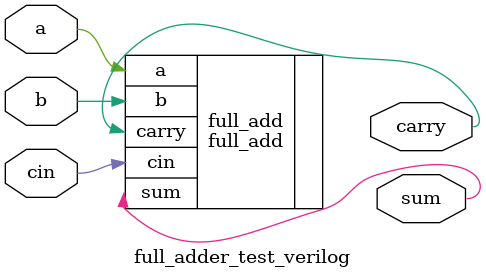
<source format=v>
module full_adder_test_verilog(
	input wire a,
	input wire b,
	input wire cin,
	output wire sum,
	output wire carry
);
full_add full_add(
	.a(a),
	.b(b),
	.cin(cin),
	.sum(sum),
	.carry(carry)
);

initial begin
	$dumpfile("full_add.vcd");
	$dumpvars;
end
endmodule
</source>
